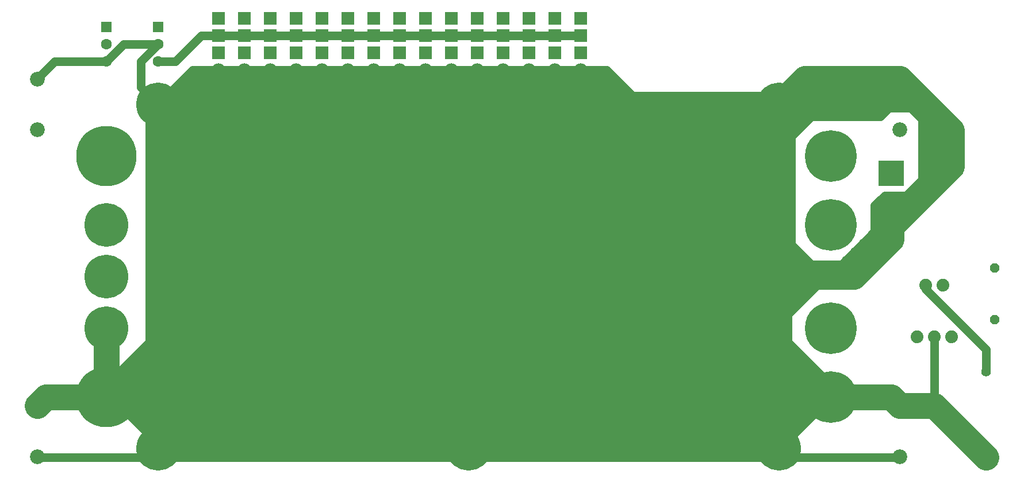
<source format=gbl>
G75*
G70*
%OFA0B0*%
%FSLAX24Y24*%
%IPPOS*%
%LPD*%
%AMOC8*
5,1,8,0,0,1.08239X$1,22.5*
%
%ADD10R,0.1500X0.1500*%
%ADD11C,0.1500*%
%ADD12C,0.0740*%
%ADD13C,0.0550*%
%ADD14C,0.3000*%
%ADD15C,0.3500*%
%ADD16C,0.2540*%
%ADD17OC8,0.0520*%
%ADD18C,0.0860*%
%ADD19C,0.0780*%
%ADD20R,0.0780X0.0780*%
%ADD21R,0.0630X0.0630*%
%ADD22C,0.0630*%
%ADD23C,0.0500*%
%ADD24C,0.1500*%
D10*
X052101Y018101D03*
D11*
X052101Y014996D03*
D12*
X054101Y011601D03*
X055101Y011601D03*
X055601Y008601D03*
X054601Y008601D03*
X053601Y008601D03*
D13*
X057601Y006561D03*
X057601Y001640D03*
D14*
X048601Y005101D03*
X048601Y009101D03*
X048601Y015101D03*
X048601Y019101D03*
D15*
X006601Y019101D03*
X006601Y005101D03*
D16*
X009601Y002101D03*
X006601Y009101D03*
X006601Y012101D03*
X006601Y015101D03*
X009601Y022101D03*
X027601Y022101D03*
X045601Y022101D03*
X045601Y002101D03*
X027601Y002101D03*
D17*
X058101Y009601D03*
X058101Y012601D03*
D18*
X052601Y020624D03*
X052601Y023577D03*
X052601Y004577D03*
X052601Y001624D03*
X002601Y001624D03*
X002601Y004577D03*
X002601Y020624D03*
X002601Y023577D03*
D19*
X013101Y024101D03*
X014601Y024101D03*
X016101Y024101D03*
X017601Y024101D03*
X019101Y024101D03*
X020601Y024101D03*
X022101Y024101D03*
X023601Y024101D03*
X025101Y024101D03*
X026601Y024101D03*
X028101Y024101D03*
X029601Y024101D03*
X031101Y024101D03*
X032601Y024101D03*
X034101Y024101D03*
D20*
X034101Y025101D03*
X034101Y026101D03*
X032601Y026101D03*
X031101Y026101D03*
X031101Y025101D03*
X032601Y025101D03*
X029601Y025101D03*
X028101Y025101D03*
X028101Y026101D03*
X029601Y026101D03*
X029601Y027101D03*
X028101Y027101D03*
X026601Y027101D03*
X025101Y027101D03*
X023601Y027101D03*
X022101Y027101D03*
X020601Y027101D03*
X019101Y027101D03*
X017601Y027101D03*
X016101Y027101D03*
X014601Y027101D03*
X013101Y027101D03*
X013101Y026101D03*
X013101Y025101D03*
X014601Y025101D03*
X016101Y025101D03*
X017601Y025101D03*
X019101Y025101D03*
X020601Y025101D03*
X020601Y026101D03*
X019101Y026101D03*
X017601Y026101D03*
X016101Y026101D03*
X014601Y026101D03*
X022101Y026101D03*
X023601Y026101D03*
X023601Y025101D03*
X022101Y025101D03*
X025101Y025101D03*
X026601Y025101D03*
X026601Y026101D03*
X025101Y026101D03*
X031101Y027101D03*
X032601Y027101D03*
X034101Y027101D03*
D21*
X009601Y026601D03*
X006601Y026601D03*
D22*
X006601Y025601D03*
X006601Y024601D03*
X009601Y024601D03*
X009601Y025601D03*
D23*
X009101Y001601D02*
X002601Y001601D01*
X008114Y004588D02*
X048088Y004588D01*
X047589Y004089D02*
X008612Y004089D01*
X009111Y003591D02*
X047091Y003591D01*
X046592Y003092D02*
X009610Y003092D01*
X010108Y002594D02*
X046094Y002594D01*
X045601Y002101D02*
X010601Y002101D01*
X007101Y005601D01*
X009601Y008101D01*
X009601Y022101D01*
X011601Y024101D01*
X035601Y024101D01*
X037601Y022101D01*
X045601Y022101D01*
X047101Y023601D01*
X052601Y023601D01*
X055601Y020601D01*
X055601Y018601D01*
X049101Y012101D01*
X047601Y012101D01*
X045601Y010101D01*
X045601Y008101D01*
X048601Y005101D01*
X045601Y002101D01*
X046101Y001601D01*
X052601Y001601D01*
X054601Y004601D02*
X054601Y008601D01*
X054101Y011351D02*
X057601Y007851D01*
X057601Y006601D01*
X048586Y005086D02*
X007615Y005086D01*
X007117Y005585D02*
X048117Y005585D01*
X047618Y006083D02*
X007583Y006083D01*
X008082Y006582D02*
X047120Y006582D01*
X046621Y007080D02*
X008580Y007080D01*
X009079Y007579D02*
X046123Y007579D01*
X045624Y008077D02*
X009577Y008077D01*
X009601Y008576D02*
X045601Y008576D01*
X045601Y009075D02*
X009601Y009075D01*
X009601Y009573D02*
X045601Y009573D01*
X045601Y010072D02*
X009601Y010072D01*
X009601Y010570D02*
X046070Y010570D01*
X046569Y011069D02*
X009601Y011069D01*
X009601Y011567D02*
X047067Y011567D01*
X047566Y012066D02*
X009601Y012066D01*
X009601Y012564D02*
X049564Y012564D01*
X049271Y012846D02*
X049160Y012801D01*
X047660Y012801D01*
X047541Y012801D01*
X047431Y012846D01*
X046431Y013846D01*
X046346Y013931D01*
X046301Y014041D01*
X046301Y018041D01*
X046301Y018660D01*
X046301Y020041D01*
X046301Y020160D01*
X046346Y020271D01*
X046846Y020771D01*
X047346Y021271D01*
X047431Y021355D01*
X047541Y021401D01*
X051476Y021401D01*
X051846Y021771D01*
X051931Y021855D01*
X052041Y021901D01*
X053041Y021901D01*
X053160Y021901D01*
X053271Y021855D01*
X053771Y021355D01*
X053855Y021271D01*
X053901Y021160D01*
X053901Y018160D01*
X053901Y017910D01*
X053901Y017791D01*
X053855Y017681D01*
X053105Y016931D01*
X053021Y016846D01*
X052910Y016801D01*
X051725Y016801D01*
X051151Y016226D01*
X051151Y014910D01*
X051151Y014791D01*
X051105Y014681D01*
X050855Y014431D01*
X049355Y012931D01*
X049271Y012846D01*
X049487Y013063D02*
X050063Y013063D01*
X049986Y013561D02*
X050561Y013561D01*
X050484Y014060D02*
X051060Y014060D01*
X050983Y014559D02*
X051559Y014559D01*
X051151Y015057D02*
X052057Y015057D01*
X052556Y015556D02*
X051151Y015556D01*
X051151Y016054D02*
X053054Y016054D01*
X053553Y016553D02*
X051477Y016553D01*
X053226Y017051D02*
X054051Y017051D01*
X053724Y017550D02*
X054550Y017550D01*
X055048Y018048D02*
X053901Y018048D01*
X053901Y018547D02*
X055547Y018547D01*
X055601Y019045D02*
X053901Y019045D01*
X053901Y019544D02*
X055601Y019544D01*
X055601Y020043D02*
X053901Y020043D01*
X053901Y020541D02*
X055601Y020541D01*
X055162Y021040D02*
X053901Y021040D01*
X053588Y021538D02*
X054663Y021538D01*
X054165Y022037D02*
X009601Y022037D01*
X009601Y022101D02*
X011601Y024101D01*
X013101Y024101D01*
X014601Y024101D01*
X016101Y024101D01*
X017601Y024101D01*
X019101Y024101D01*
X020601Y024101D01*
X022101Y024101D01*
X023601Y024101D01*
X025101Y024101D01*
X026601Y024101D01*
X028101Y024101D01*
X029601Y024101D01*
X031101Y024101D01*
X032601Y024101D01*
X034101Y024101D01*
X035601Y024101D01*
X037601Y022101D01*
X037166Y022535D02*
X010035Y022535D01*
X009601Y022101D02*
X008601Y023101D01*
X008601Y024601D01*
X009601Y025601D01*
X007601Y025601D01*
X006601Y024601D01*
X003601Y024601D01*
X002601Y023601D01*
X009601Y024601D02*
X010601Y024601D01*
X012101Y026101D01*
X013101Y026101D01*
X014601Y026101D01*
X016101Y026101D01*
X017601Y026101D01*
X019101Y026101D01*
X020601Y026101D01*
X022101Y026101D01*
X023601Y026101D01*
X025101Y026101D01*
X026601Y026101D01*
X028101Y026101D01*
X029601Y026101D01*
X031101Y026101D01*
X032601Y026101D01*
X034101Y026101D01*
X035671Y024031D02*
X011531Y024031D01*
X011032Y023532D02*
X036169Y023532D01*
X036668Y023034D02*
X010534Y023034D01*
X009601Y021538D02*
X051614Y021538D01*
X053666Y022535D02*
X046035Y022535D01*
X046534Y023034D02*
X053168Y023034D01*
X052669Y023532D02*
X047032Y023532D01*
X047115Y021040D02*
X009601Y021040D01*
X009601Y020541D02*
X046617Y020541D01*
X046301Y020043D02*
X009601Y020043D01*
X009601Y019544D02*
X046301Y019544D01*
X046301Y019045D02*
X009601Y019045D01*
X009601Y018547D02*
X046301Y018547D01*
X046301Y018048D02*
X009601Y018048D01*
X009601Y017550D02*
X046301Y017550D01*
X046301Y017051D02*
X009601Y017051D01*
X009601Y016553D02*
X046301Y016553D01*
X046301Y016054D02*
X009601Y016054D01*
X009601Y015556D02*
X046301Y015556D01*
X046301Y015057D02*
X009601Y015057D01*
X009601Y014559D02*
X046301Y014559D01*
X046301Y014060D02*
X009601Y014060D01*
X009601Y013561D02*
X046716Y013561D01*
X047214Y013063D02*
X009601Y013063D01*
X009601Y002101D02*
X009101Y001601D01*
X054101Y011351D02*
X054101Y011601D01*
D24*
X052101Y014251D02*
X049951Y012101D01*
X047601Y012101D01*
X045601Y010101D01*
X045601Y008101D01*
X048601Y005101D01*
X052101Y005101D01*
X052601Y004601D01*
X054601Y004601D01*
X057601Y001601D01*
X048601Y005101D02*
X047601Y005101D01*
X045601Y003101D01*
X045601Y002101D01*
X009601Y002101D01*
X009601Y003101D01*
X007601Y005101D01*
X006601Y005101D01*
X003101Y005101D01*
X002601Y004601D01*
X006601Y005101D02*
X006601Y009101D01*
X009601Y008101D02*
X009601Y022101D01*
X027601Y022101D01*
X037601Y022101D01*
X045601Y022101D01*
X047101Y023601D01*
X052601Y023601D01*
X055601Y020601D01*
X055601Y018501D01*
X052101Y015001D01*
X052101Y014251D01*
X009601Y008101D02*
X006601Y005101D01*
M02*

</source>
